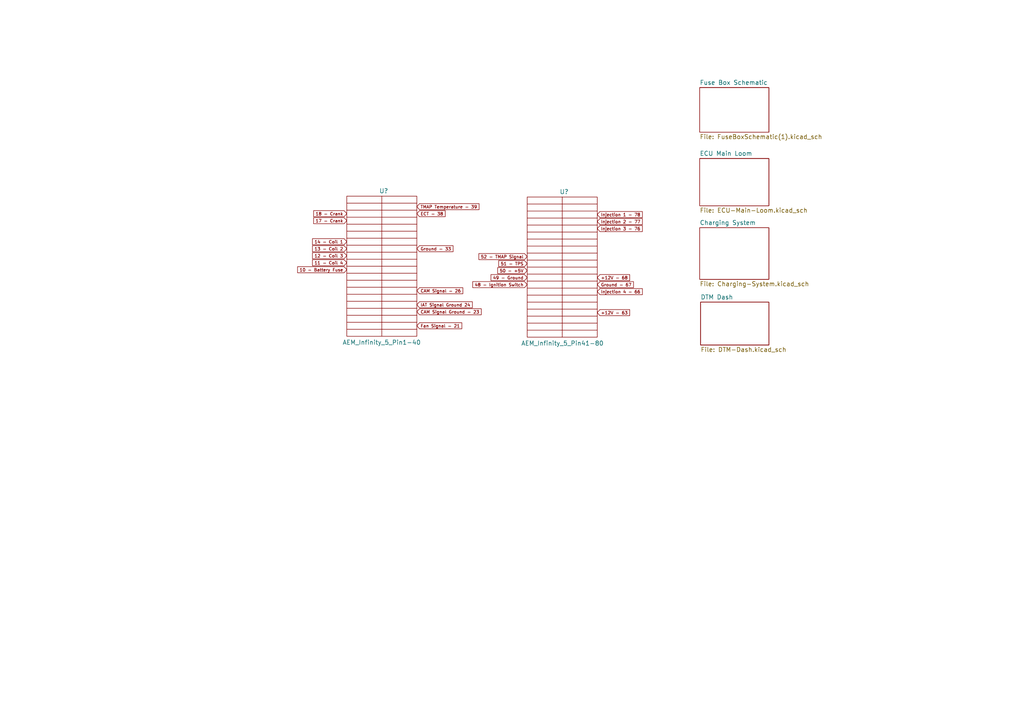
<source format=kicad_sch>
(kicad_sch (version 20211123) (generator eeschema)
  (paper "A4")
  (lib_symbols
    (symbol "SCR23 Library:AEM_Infinity_5_Pin1-40"
      (property "Reference" "U" (at 0 22.098 0))
      (property "Value" "AEM_Infinity_5_Pin1-40" (at 0 -23.114 0))
      (symbol "AEM_Infinity_5_Pin1-40_0_1"
        (rectangle (start -10.16 20.32) (end 10.16 -20.32))
        (polyline (pts (xy 0 20.32) (xy 0 -20.32)))
        (polyline (pts (xy -10.16 -18.288) (xy 10.16 -18.288) (xy 9.906 -18.288)))
        (polyline (pts (xy -10.16 -16.256) (xy 10.16 -16.256) (xy 9.906 -16.256)))
        (polyline (pts (xy -10.16 -14.224) (xy 10.16 -14.224) (xy 9.906 -14.224)))
        (polyline (pts (xy -10.16 -12.192) (xy 10.16 -12.192) (xy 9.906 -12.192)))
        (polyline (pts (xy -10.16 -10.16) (xy 10.16 -10.16) (xy 9.906 -10.16)))
        (polyline (pts (xy -10.16 -8.128) (xy 10.16 -8.128) (xy 9.906 -8.128)))
        (polyline (pts (xy -10.16 -6.096) (xy 10.16 -6.096) (xy 9.906 -6.096)))
        (polyline (pts (xy -10.16 -4.064) (xy 10.16 -4.064) (xy 9.906 -4.064)))
        (polyline (pts (xy -10.16 -2.032) (xy 10.16 -2.032) (xy 9.906 -2.032)))
        (polyline (pts (xy -10.16 0) (xy 10.16 0) (xy 9.906 0)))
        (polyline (pts (xy -10.16 2.032) (xy 10.16 2.032) (xy 9.906 2.032)))
        (polyline (pts (xy -10.16 4.064) (xy 10.16 4.064) (xy 9.906 4.064)))
        (polyline (pts (xy -10.16 6.096) (xy 10.16 6.096) (xy 9.906 6.096)))
        (polyline (pts (xy -10.16 8.128) (xy 10.16 8.128) (xy 9.906 8.128)))
        (polyline (pts (xy -10.16 10.16) (xy 10.16 10.16) (xy 9.906 10.16)))
        (polyline (pts (xy -10.16 12.192) (xy 10.16 12.192) (xy 9.906 12.192)))
        (polyline (pts (xy -10.16 14.224) (xy 10.16 14.224) (xy 9.906 14.224)))
        (polyline (pts (xy -10.16 16.256) (xy 10.16 16.256) (xy 9.906 16.256)))
        (polyline (pts (xy -10.16 18.288) (xy 10.16 18.288) (xy 9.906 18.288)))
      )
    )
    (symbol "SCR23 Library:AEM_Infinity_5_Pin41-80"
      (property "Reference" "U" (at 0 22.098 0))
      (property "Value" "AEM_Infinity_5_Pin41-80" (at 0 -23.114 0))
      (symbol "AEM_Infinity_5_Pin41-80_0_1"
        (rectangle (start -10.16 20.32) (end 10.16 -20.32))
        (polyline (pts (xy 0 20.32) (xy 0 -20.32)))
        (polyline (pts (xy -10.16 -18.288) (xy 10.16 -18.288) (xy 9.906 -18.288)))
        (polyline (pts (xy -10.16 -16.256) (xy 10.16 -16.256) (xy 9.906 -16.256)))
        (polyline (pts (xy -10.16 -14.224) (xy 10.16 -14.224) (xy 9.906 -14.224)))
        (polyline (pts (xy -10.16 -12.192) (xy 10.16 -12.192) (xy 9.906 -12.192)))
        (polyline (pts (xy -10.16 -10.16) (xy 10.16 -10.16) (xy 9.906 -10.16)))
        (polyline (pts (xy -10.16 -8.128) (xy 10.16 -8.128) (xy 9.906 -8.128)))
        (polyline (pts (xy -10.16 -6.096) (xy 10.16 -6.096) (xy 9.906 -6.096)))
        (polyline (pts (xy -10.16 -4.064) (xy 10.16 -4.064) (xy 9.906 -4.064)))
        (polyline (pts (xy -10.16 -2.032) (xy 10.16 -2.032) (xy 9.906 -2.032)))
        (polyline (pts (xy -10.16 0) (xy 10.16 0) (xy 9.906 0)))
        (polyline (pts (xy -10.16 2.032) (xy 10.16 2.032) (xy 9.906 2.032)))
        (polyline (pts (xy -10.16 4.064) (xy 10.16 4.064) (xy 9.906 4.064)))
        (polyline (pts (xy -10.16 6.096) (xy 10.16 6.096) (xy 9.906 6.096)))
        (polyline (pts (xy -10.16 8.128) (xy 10.16 8.128) (xy 9.906 8.128)))
        (polyline (pts (xy -10.16 10.16) (xy 10.16 10.16) (xy 9.906 10.16)))
        (polyline (pts (xy -10.16 12.192) (xy 10.16 12.192) (xy 9.906 12.192)))
        (polyline (pts (xy -10.16 14.224) (xy 10.16 14.224) (xy 9.906 14.224)))
        (polyline (pts (xy -10.16 16.256) (xy 10.16 16.256) (xy 9.906 16.256)))
        (polyline (pts (xy -10.16 18.288) (xy 10.16 18.288) (xy 9.906 18.288)))
      )
    )
  )
  (global_label "ECT - 38" (shape input) (at 120.904 61.976 0) (effects (font (size 0.889 0.889))) (property "Intersheet References" "${INTERSHEET_REFS}" (effects hide)))
  (global_label "13 - Coil 2" (shape input) (at 100.584 72.136 180) (effects (font (size 0.889 0.889))) (property "Intersheet References" "${INTERSHEET_REFS}" (effects hide)))
  (global_label "Injection 2 - 77" (shape input) (at 173.228 64.262 0) (effects (font (size 0.889 0.889))) (property "Intersheet References" "${INTERSHEET_REFS}" (effects hide)))
  (global_label "+12V - 68" (shape input) (at 173.228 80.518 0) (effects (font (size 0.889 0.889))) (property "Intersheet References" "${INTERSHEET_REFS}" (effects hide)))
  (global_label "52 - TMAP Signal" (shape input) (at 152.908 74.422 180) (effects (font (size 0.889 0.889))) (property "Intersheet References" "${INTERSHEET_REFS}" (effects hide)))
  (global_label "51 - TPS" (shape input) (at 152.908 76.454 180) (effects (font (size 0.889 0.889))) (property "Intersheet References" "${INTERSHEET_REFS}" (effects hide)))
  (global_label "Injection 3 - 76" (shape input) (at 173.228 66.294 0) (effects (font (size 0.889 0.889))) (property "Intersheet References" "${INTERSHEET_REFS}" (effects hide)))
  (global_label "CAM Signal Ground - 23" (shape input) (at 120.904 90.424 0) (effects (font (size 0.889 0.889))) (property "Intersheet References" "${INTERSHEET_REFS}" (effects hide)))
  (global_label "49 - Ground" (shape input) (at 152.908 80.518 180) (effects (font (size 0.889 0.889))) (property "Intersheet References" "${INTERSHEET_REFS}" (effects hide)))
  (global_label "Injection 1 - 78" (shape input) (at 173.228 62.23 0) (effects (font (size 0.889 0.889))) (property "Intersheet References" "${INTERSHEET_REFS}" (effects hide)))
  (global_label "50 - +5V" (shape input) (at 152.908 78.486 180) (effects (font (size 0.889 0.889))) (property "Intersheet References" "${INTERSHEET_REFS}" (effects hide)))
  (global_label "10 - Battery Fuse" (shape input) (at 100.584 78.232 180) (effects (font (size 0.889 0.889))) (property "Intersheet References" "${INTERSHEET_REFS}" (effects hide)))
  (global_label "IAT Signal Ground 24" (shape input) (at 120.904 88.392 0) (effects (font (size 0.889 0.889))) (property "Intersheet References" "${INTERSHEET_REFS}" (effects hide)))
  (global_label "Fan Signal - 21" (shape input) (at 120.904 94.488 0) (effects (font (size 0.889 0.889))) (property "Intersheet References" "${INTERSHEET_REFS}" (effects hide)))
  (global_label "17 - Crank" (shape input) (at 100.584 64.008 180) (effects (font (size 0.889 0.889))) (property "Intersheet References" "${INTERSHEET_REFS}" (effects hide)))
  (global_label "CAM Signal - 26" (shape input) (at 120.904 84.328 0) (effects (font (size 0.889 0.889))) (property "Intersheet References" "${INTERSHEET_REFS}" (effects hide)))
  (global_label "48 - Ignition Switch" (shape input) (at 152.908 82.55 180) (effects (font (size 0.889 0.889))) (property "Intersheet References" "${INTERSHEET_REFS}" (effects hide)))
  (global_label "Ground - 67" (shape input) (at 173.228 82.55 0) (effects (font (size 0.889 0.889))) (property "Intersheet References" "${INTERSHEET_REFS}" (effects hide)))
  (global_label "TMAP Temperature - 39" (shape input) (at 120.904 59.944 0) (effects (font (size 0.889 0.889))) (property "Intersheet References" "${INTERSHEET_REFS}" (effects hide)))
  (global_label "+12V - 63" (shape input) (at 173.228 90.678 0) (effects (font (size 0.889 0.889))) (property "Intersheet References" "${INTERSHEET_REFS}" (effects hide)))
  (global_label "18 - Crank" (shape input) (at 100.584 61.976 180) (effects (font (size 0.889 0.889))) (property "Intersheet References" "${INTERSHEET_REFS}" (effects hide)))
  (global_label "11 - Coil 4" (shape input) (at 100.584 76.2 180) (effects (font (size 0.889 0.889))) (property "Intersheet References" "${INTERSHEET_REFS}" (effects hide)))
  (global_label "Ground - 33" (shape input) (at 120.904 72.136 0) (effects (font (size 0.889 0.889))) (property "Intersheet References" "${INTERSHEET_REFS}" (effects hide)))
  (global_label "12 - Coil 3" (shape input) (at 100.584 74.168 180) (effects (font (size 0.889 0.889))) (property "Intersheet References" "${INTERSHEET_REFS}" (effects hide)))
  (global_label "Injection 4 - 66" (shape input) (at 173.228 84.582 0) (effects (font (size 0.889 0.889))) (property "Intersheet References" "${INTERSHEET_REFS}" (effects hide)))
  (global_label "14 - Coil 1" (shape input) (at 100.584 70.104 180) (effects (font (size 0.889 0.889))) (property "Intersheet References" "${INTERSHEET_REFS}" (effects hide)))
  (symbol (lib_id "SCR23 Library:AEM_Infinity_5_Pin41-80") (at 163.068 77.47 0) (unit 1)
    (property "Reference" "U?" (at 162.306 55.626 0) (effects (justify left)))
    (property "Value" "AEM_Infinity_5_Pin41-80" (at 151.13 99.568 0) (effects (justify left)))
  )
  (symbol (lib_id "SCR23 Library:AEM_Infinity_5_Pin1-40") (at 110.744 77.216 0) (unit 1)
    (property "Reference" "U?" (at 109.982 55.372 0) (effects (justify left)))
    (property "Value" "AEM_Infinity_5_Pin1-40" (at 99.314 99.314 0) (effects (justify left)))
  )
  (sheet (at 202.946 45.974) (size 20.066 13.716) (stroke (width 0.1524))
    (property "Sheet name" "ECU Main Loom" (at 202.946 45.2624 0) (effects (justify left bottom)))
    (property "Sheet file" "ECU-Main-Loom.kicad_sch" (at 202.946 60.2746 0) (effects (justify left top)))
  )
  (sheet (at 202.946 25.4) (size 20.066 12.954) (stroke (width 0.1524))
    (property "Sheet name" "Fuse Box Schematic" (at 202.946 24.6884 0) (effects (justify left bottom)))
    (property "Sheet file" "FuseBoxSchematic(1).kicad_sch" (at 202.946 38.9386 0) (effects (justify left top)))
  )
  (sheet (at 202.946 66.04) (size 20.066 14.986) (stroke (width 0.1524))
    (property "Sheet name" "Charging System" (at 202.946 65.3284 0) (effects (justify left bottom)))
    (property "Sheet file" "Charging-System.kicad_sch" (at 202.946 81.6106 0) (effects (justify left top)))
  )
  (sheet (at 203.2 87.63) (size 19.812 12.446) (stroke (width 0.1524))
    (property "Sheet name" "DTM Dash" (at 203.2 86.9184 0) (effects (justify left bottom)))
    (property "Sheet file" "DTM-Dash.kicad_sch" (at 203.2 100.6606 0) (effects (justify left top)))
  )
)
</source>
